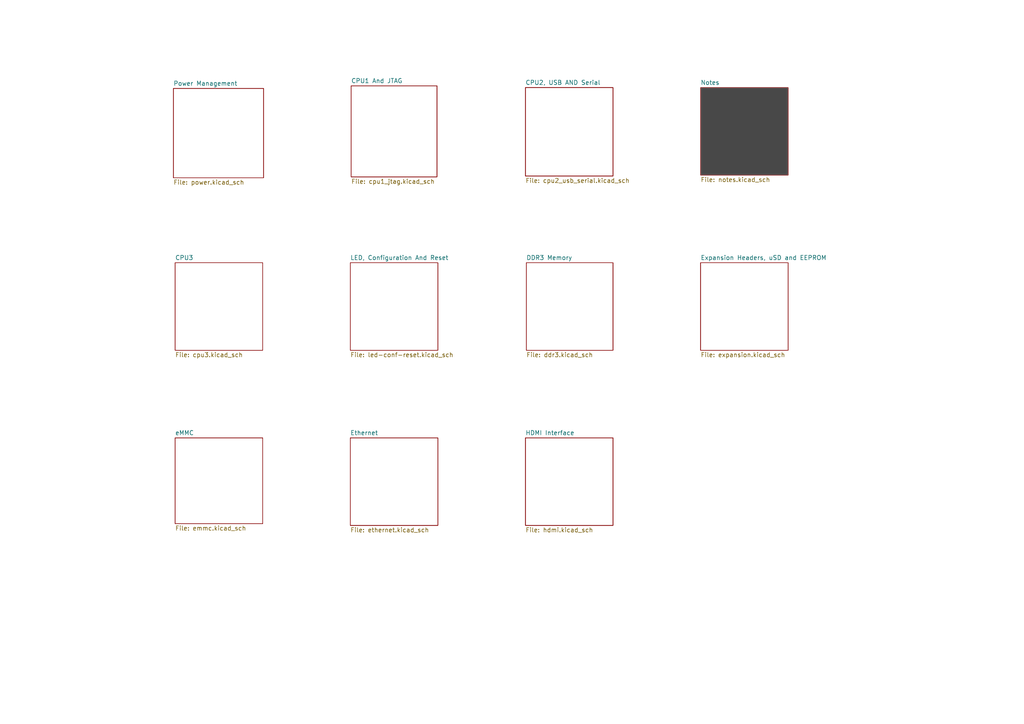
<source format=kicad_sch>
(kicad_sch
	(version 20231120)
	(generator "eeschema")
	(generator_version "8.0")
	(uuid "1648246a-cfdb-455c-9060-87fd156f3ecc")
	(paper "A4")
	(lib_symbols)
	(sheet
		(at 101.6 76.2)
		(size 25.4 25.4)
		(fields_autoplaced yes)
		(stroke
			(width 0.1524)
			(type solid)
		)
		(fill
			(color 0 0 0 0.0000)
		)
		(uuid "2d06aaa2-6deb-4b15-a772-4ad52d0b4c48")
		(property "Sheetname" "LED, Configuration And Reset"
			(at 101.6 75.4884 0)
			(effects
				(font
					(size 1.27 1.27)
				)
				(justify left bottom)
			)
		)
		(property "Sheetfile" "led-conf-reset.kicad_sch"
			(at 101.6 102.1846 0)
			(effects
				(font
					(size 1.27 1.27)
				)
				(justify left top)
			)
		)
		(instances
			(project "openforge"
				(path "/1648246a-cfdb-455c-9060-87fd156f3ecc"
					(page "6")
				)
			)
		)
	)
	(sheet
		(at 101.854 24.892)
		(size 24.892 26.416)
		(fields_autoplaced yes)
		(stroke
			(width 0.1524)
			(type solid)
		)
		(fill
			(color 0 0 0 0.0000)
		)
		(uuid "36c59a1a-0949-4719-9755-a87e14795491")
		(property "Sheetname" "CPU1 And JTAG"
			(at 101.854 24.1804 0)
			(effects
				(font
					(size 1.27 1.27)
				)
				(justify left bottom)
			)
		)
		(property "Sheetfile" "cpu1_jtag.kicad_sch"
			(at 101.854 51.8926 0)
			(effects
				(font
					(size 1.27 1.27)
				)
				(justify left top)
			)
		)
		(instances
			(project "openforge"
				(path "/1648246a-cfdb-455c-9060-87fd156f3ecc"
					(page "3")
				)
			)
		)
	)
	(sheet
		(at 152.4 127)
		(size 25.4 25.4)
		(fields_autoplaced yes)
		(stroke
			(width 0.1524)
			(type solid)
		)
		(fill
			(color 0 0 0 0.0000)
		)
		(uuid "81d4b508-0126-4f28-b37c-19ab9464c792")
		(property "Sheetname" "HDMI Interface"
			(at 152.4 126.2884 0)
			(effects
				(font
					(size 1.27 1.27)
				)
				(justify left bottom)
			)
		)
		(property "Sheetfile" "hdmi.kicad_sch"
			(at 152.4 152.9846 0)
			(effects
				(font
					(size 1.27 1.27)
				)
				(justify left top)
			)
		)
		(instances
			(project "openforge"
				(path "/1648246a-cfdb-455c-9060-87fd156f3ecc"
					(page "10")
				)
			)
		)
	)
	(sheet
		(at 50.8 127)
		(size 25.4 24.892)
		(fields_autoplaced yes)
		(stroke
			(width 0.1524)
			(type solid)
		)
		(fill
			(color 0 0 0 0.0000)
		)
		(uuid "91be6c89-b132-4b34-9c60-5067d940cefe")
		(property "Sheetname" "eMMC"
			(at 50.8 126.2884 0)
			(effects
				(font
					(size 1.27 1.27)
				)
				(justify left bottom)
			)
		)
		(property "Sheetfile" "emmc.kicad_sch"
			(at 50.8 152.4766 0)
			(effects
				(font
					(size 1.27 1.27)
				)
				(justify left top)
			)
		)
		(instances
			(project "openforge"
				(path "/1648246a-cfdb-455c-9060-87fd156f3ecc"
					(page "8")
				)
			)
		)
	)
	(sheet
		(at 152.654 76.2)
		(size 25.146 25.4)
		(fields_autoplaced yes)
		(stroke
			(width 0.1524)
			(type solid)
		)
		(fill
			(color 0 0 0 0.0000)
		)
		(uuid "aedcbe41-ee3d-4c0c-a6a0-c6ca3f8a499e")
		(property "Sheetname" "DDR3 Memory"
			(at 152.654 75.4884 0)
			(effects
				(font
					(size 1.27 1.27)
				)
				(justify left bottom)
			)
		)
		(property "Sheetfile" "ddr3.kicad_sch"
			(at 152.654 102.1846 0)
			(effects
				(font
					(size 1.27 1.27)
				)
				(justify left top)
			)
		)
		(instances
			(project "openforge"
				(path "/1648246a-cfdb-455c-9060-87fd156f3ecc"
					(page "7")
				)
			)
		)
	)
	(sheet
		(at 50.8 76.2)
		(size 25.4 25.4)
		(fields_autoplaced yes)
		(stroke
			(width 0.1524)
			(type solid)
		)
		(fill
			(color 0 0 0 0.0000)
		)
		(uuid "b4e10f7b-4bfb-457f-8436-57eff61fca3a")
		(property "Sheetname" "CPU3"
			(at 50.8 75.4884 0)
			(effects
				(font
					(size 1.27 1.27)
				)
				(justify left bottom)
			)
		)
		(property "Sheetfile" "cpu3.kicad_sch"
			(at 50.8 102.1846 0)
			(effects
				(font
					(size 1.27 1.27)
				)
				(justify left top)
			)
		)
		(instances
			(project "openforge"
				(path "/1648246a-cfdb-455c-9060-87fd156f3ecc"
					(page "5")
				)
			)
		)
	)
	(sheet
		(at 203.2 76.2)
		(size 25.4 25.4)
		(fields_autoplaced yes)
		(stroke
			(width 0.1524)
			(type solid)
		)
		(fill
			(color 0 0 0 0.0000)
		)
		(uuid "b772ba6e-7558-4f59-895f-3172e3573c0c")
		(property "Sheetname" "Expansion Headers, uSD and EEPROM"
			(at 203.2 75.4884 0)
			(effects
				(font
					(size 1.27 1.27)
				)
				(justify left bottom)
			)
		)
		(property "Sheetfile" "expansion.kicad_sch"
			(at 203.2 102.1846 0)
			(effects
				(font
					(size 1.27 1.27)
				)
				(justify left top)
			)
		)
		(instances
			(project "openforge"
				(path "/1648246a-cfdb-455c-9060-87fd156f3ecc"
					(page "11")
				)
			)
		)
	)
	(sheet
		(at 203.2 25.4)
		(size 25.4 25.4)
		(fields_autoplaced yes)
		(stroke
			(width 0.1524)
			(type solid)
		)
		(fill
			(color 72 72 72 1.0000)
		)
		(uuid "b914f331-35b7-444f-9be9-cfd77a78636a")
		(property "Sheetname" "Notes"
			(at 203.2 24.6884 0)
			(effects
				(font
					(size 1.27 1.27)
				)
				(justify left bottom)
			)
		)
		(property "Sheetfile" "notes.kicad_sch"
			(at 203.2 51.3846 0)
			(effects
				(font
					(size 1.27 1.27)
				)
				(justify left top)
			)
		)
		(instances
			(project "openforge"
				(path "/1648246a-cfdb-455c-9060-87fd156f3ecc"
					(page "1")
				)
			)
		)
	)
	(sheet
		(at 101.6 127)
		(size 25.4 25.4)
		(fields_autoplaced yes)
		(stroke
			(width 0.1524)
			(type solid)
		)
		(fill
			(color 0 0 0 0.0000)
		)
		(uuid "cc18cf2b-23ac-430c-b51c-b6a4d783027b")
		(property "Sheetname" "Ethernet"
			(at 101.6 126.2884 0)
			(effects
				(font
					(size 1.27 1.27)
				)
				(justify left bottom)
			)
		)
		(property "Sheetfile" "ethernet.kicad_sch"
			(at 101.6 152.9846 0)
			(effects
				(font
					(size 1.27 1.27)
				)
				(justify left top)
			)
		)
		(instances
			(project "openforge"
				(path "/1648246a-cfdb-455c-9060-87fd156f3ecc"
					(page "9")
				)
			)
		)
	)
	(sheet
		(at 152.4 25.4)
		(size 25.4 25.654)
		(fields_autoplaced yes)
		(stroke
			(width 0.1524)
			(type solid)
		)
		(fill
			(color 0 0 0 0.0000)
		)
		(uuid "d2ec2b42-36fe-4830-834e-bcc2c17def23")
		(property "Sheetname" "CPU2, USB AND Serial"
			(at 152.4 24.6884 0)
			(effects
				(font
					(size 1.27 1.27)
				)
				(justify left bottom)
			)
		)
		(property "Sheetfile" "cpu2_usb_serial.kicad_sch"
			(at 152.4 51.6386 0)
			(effects
				(font
					(size 1.27 1.27)
				)
				(justify left top)
			)
		)
		(instances
			(project "openforge"
				(path "/1648246a-cfdb-455c-9060-87fd156f3ecc"
					(page "4")
				)
			)
		)
	)
	(sheet
		(at 50.292 25.654)
		(size 26.162 25.908)
		(fields_autoplaced yes)
		(stroke
			(width 0.1524)
			(type solid)
		)
		(fill
			(color 0 0 0 0.0000)
		)
		(uuid "fee1a3f0-1fb6-4dc3-9a19-10db5903192c")
		(property "Sheetname" "Power Management"
			(at 50.292 24.9424 0)
			(effects
				(font
					(size 1.27 1.27)
				)
				(justify left bottom)
			)
		)
		(property "Sheetfile" "power.kicad_sch"
			(at 50.292 52.1466 0)
			(effects
				(font
					(size 1.27 1.27)
				)
				(justify left top)
			)
		)
		(instances
			(project "openforge"
				(path "/1648246a-cfdb-455c-9060-87fd156f3ecc"
					(page "2")
				)
			)
		)
	)
	(sheet_instances
		(path "/"
			(page "1")
		)
	)
)

</source>
